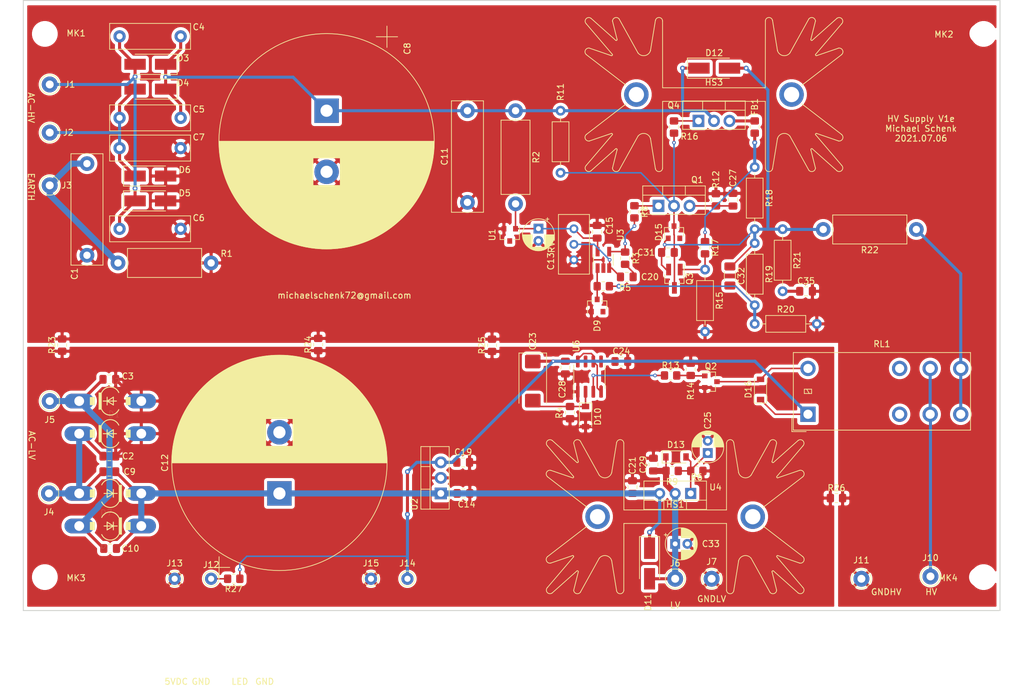
<source format=kicad_pcb>
(kicad_pcb (version 20171130) (host pcbnew "(5.1.10-0-10_14)")
  (layers (0 F.Cu signal) (31 B.Cu signal) (34 B.Paste user) (35 F.Paste user) (36 B.SilkS user) (37 F.SilkS user) (38 B.Mask user) (39 F.Mask user) (44 Edge.Cuts user))
  (net 0 "")
  (net 1 "Net-(C1-Pad1)")
  (net 2 "Net-(Q1-Pad1)")
  (net 3 "Net-(C5-Pad2)")
  (net 4 "Net-(C10-Pad1)")
  (net 5 GND_LV)
  (net 6 +5VDC)
  (net 7 "Net-(Q3-Pad1)")
  (net 8 GND_HV)
  (net 9 "Net-(Q2-Pad1)")
  (net 10 HV)
  (net 11 "Net-(C24-Pad1)")
  (net 12 "Net-(C27-Pad1)")
  (net 13 "Net-(FB1-Pad2)")
  (net 14 "Net-(FB1-Pad1)")
  (net 15 "Net-(Q4-Pad1)")
  (net 16 "Net-(C2-Pad1)")
  (net 17 "Net-(C10-Pad2)")
  (net 18 "Net-(C4-Pad2)")
  (net 19 "Net-(C11-Pad2)")
  (net 20 "Net-(C13-Pad1)")
  (net 21 "Net-(C20-Pad2)")
  (net 22 "Net-(C20-Pad1)")
  (net 23 "Net-(C23-Pad2)")
  (net 24 "Net-(C25-Pad1)")
  (net 25 "Net-(C29-Pad1)")
  (net 26 "Net-(C31-Pad2)")
  (net 27 "Net-(J10-Pad1)")
  (net 28 "Net-(J12-Pad1)")
  (net 29 "Net-(R3-Pad2)")
  (net 30 "Net-(R13-Pad1)")
  (net 31 "Net-(C31-Pad1)")
  (net 32 "Net-(C32-Pad2)")
  (net 33 "Net-(C35-Pad1)")
  (net 34 "Net-(D16-Pad2)")
  (net 35 "Net-(D9-Pad3)")
  (module Capacitor_THT:CP_Radial_D35.0mm_P10.00mm_SnapIn (layer F.Cu) (at 96.99 125.753 90)
    (fp_text reference C12 (at 5 -18.75 90) (layer F.SilkS))
    (fp_text value 22000uF/25V)
    (pad 2 thru_hole circle (at 10 0 90) (size 4 4) (drill 2) (layers *.Cu *.Mask) (net 5 GND_LV))
    (pad 1 thru_hole rect (at 0 0 90) (size 4 4) (drill 2) (layers *.Cu *.Mask) (net 4 "Net-(C10-Pad1)"))
  )
  (module Package_TO_SOT_THT:TO-220-3_Vertical (layer F.Cu) (at 123.406 125.753 90)
    (fp_text reference U2 (at -1.778 -4.318 90) (layer F.SilkS))
    (fp_text value LM7805_TO220)
    (pad 1 thru_hole rect (at 0 0 90) (size 1.905 2) (drill 1.1) (layers *.Cu *.Mask) (net 4 "Net-(C10-Pad1)"))
    (pad 2 thru_hole oval (at 2.54 0 90) (size 1.905 2) (drill 1.1) (layers *.Cu *.Mask) (net 5 GND_LV))
    (pad 3 thru_hole oval (at 5.08 0 90) (size 1.905 2) (drill 1.1) (layers *.Cu *.Mask) (net 6 +5VDC))
  )
  (module Heatsink:Heatsink_Fischer_SK129-STS_42x25mm_2xDrill2.5mm (layer F.Cu) (at 168.11 60.475)
    (fp_text reference HS3 (at 0 -2) (layer F.SilkS))
    (fp_text value Heatsink)
    (pad 1 thru_hole circle (at -12.7 0 180) (size 4 4) (drill 2.5) (layers *.Cu *.Mask))
    (pad 1 thru_hole circle (at 12.7 0) (size 4 4) (drill 2.5) (layers *.Cu *.Mask))
  )
  (module Heatsink:Heatsink_Fischer_SK129-STS_42x25mm_2xDrill2.5mm (layer F.Cu) (at 161.76 129.563)
    (fp_text reference HS1 (at 0 -2) (layer F.SilkS))
    (fp_text value Heatsink)
    (pad 1 thru_hole circle (at -12.7 0 180) (size 4 4) (drill 2.5) (layers *.Cu *.Mask))
    (pad 1 thru_hole circle (at 12.7 0) (size 4 4) (drill 2.5) (layers *.Cu *.Mask))
  )
  (module Diode_SMD:D_SMA_Handsoldering (layer F.Cu) (at 168.15 56.157)
    (fp_text reference D12 (at 0 -2.5) (layer F.SilkS))
    (fp_text value 1N4007)
    (pad 2 smd rect (at 2.5 0) (size 3.5 1.8) (layers F.Cu F.Paste F.Mask) (net 26 "Net-(C31-Pad2)"))
    (pad 1 smd rect (at -2.5 0) (size 3.5 1.8) (layers F.Cu F.Paste F.Mask) (net 19 "Net-(C11-Pad2)"))
  )
  (module Diode_SMD:D_SMA_Handsoldering (layer F.Cu) (at 157.569 137.223 270)
    (fp_text reference D11 (at 6.353 0.254 90) (layer F.SilkS))
    (fp_text value 1N4007)
    (pad 2 smd rect (at 2.5 0 270) (size 3.5 1.8) (layers F.Cu F.Paste F.Mask) (net 25 "Net-(C29-Pad1)"))
    (pad 1 smd rect (at -2.5 0 270) (size 3.5 1.8) (layers F.Cu F.Paste F.Mask) (net 4 "Net-(C10-Pad1)"))
  )
  (module Resistor_THT:R_Axial_DIN0414_L11.9mm_D4.5mm_P15.24mm_Horizontal (layer F.Cu) (at 201.2315 82.55 180)
    (fp_text reference R22 (at 7.62 -3.37) (layer F.SilkS))
    (fp_text value 330R2W)
    (pad 2 thru_hole oval (at 15.24 0 180) (size 2.4 2.4) (drill 1.2) (layers *.Cu *.Mask) (net 26 "Net-(C31-Pad2)"))
    (pad 1 thru_hole circle (at 0 0 180) (size 2.4 2.4) (drill 1.2) (layers *.Cu *.Mask) (net 10 HV))
  )
  (module kicad-snk:SOD64-10 (layer F.Cu) (at 69.304 110.64)
    (fp_text reference D2 (at 0.63569 -3.17845) (layer F.SilkS) (effects (font (size 1.001087 1.001087) (thickness 0.015))))
    (fp_text value BYV98-200)
    (pad 1 thru_hole oval (at -5.08 0) (size 4.8006 2.4003) (drill 1.6002) (layers *.Cu *.Mask) (net 17 "Net-(C10-Pad2)"))
    (pad 2 thru_hole oval (at 5.08 0) (size 4.8006 2.4003) (drill 1.6002) (layers *.Cu *.Mask) (net 5 GND_LV))
  )
  (module kicad-snk:SOD64-10 (layer F.Cu) (at 69.304 131.087 180)
    (fp_text reference D8 (at 0.63569 -3.17845) (layer F.SilkS) (effects (font (size 1.001087 1.001087) (thickness 0.015))))
    (fp_text value BYV98-200)
    (pad 1 thru_hole oval (at -5.08 0 180) (size 4.8006 2.4003) (drill 1.6002) (layers *.Cu *.Mask) (net 4 "Net-(C10-Pad1)"))
    (pad 2 thru_hole oval (at 5.08 0 180) (size 4.8006 2.4003) (drill 1.6002) (layers *.Cu *.Mask) (net 17 "Net-(C10-Pad2)"))
  )
  (module kicad-snk:SOD64-10 (layer F.Cu) (at 69.304 125.753 180)
    (fp_text reference D7 (at 0.63569 -3.17845) (layer F.SilkS) (effects (font (size 1.001087 1.001087) (thickness 0.015))))
    (fp_text value BYV98-200)
    (pad 1 thru_hole oval (at -5.08 0 180) (size 4.8006 2.4003) (drill 1.6002) (layers *.Cu *.Mask) (net 4 "Net-(C10-Pad1)"))
    (pad 2 thru_hole oval (at 5.08 0 180) (size 4.8006 2.4003) (drill 1.6002) (layers *.Cu *.Mask) (net 16 "Net-(C2-Pad1)"))
  )
  (module kicad-snk:SOD64-10 (layer F.Cu) (at 69.304 115.974)
    (fp_text reference D1 (at 0.63569 -3.17845) (layer F.SilkS) (effects (font (size 1.001087 1.001087) (thickness 0.015))))
    (fp_text value BYV98-200)
    (pad 1 thru_hole oval (at -5.08 0) (size 4.8006 2.4003) (drill 1.6002) (layers *.Cu *.Mask) (net 16 "Net-(C2-Pad1)"))
    (pad 2 thru_hole oval (at 5.08 0) (size 4.8006 2.4003) (drill 1.6002) (layers *.Cu *.Mask) (net 5 GND_LV))
  )
  (module Diode_SMD:D_SOD-123 (layer F.Cu) (at 161.886 119.784)
    (fp_text reference D13 (at 0 -2) (layer F.SilkS))
    (fp_text value 1N4148W)
    (pad 2 smd rect (at 1.65 0) (size 0.9 1.2) (layers F.Cu F.Paste F.Mask) (net 24 "Net-(C25-Pad1)"))
    (pad 1 smd rect (at -1.65 0) (size 0.9 1.2) (layers F.Cu F.Paste F.Mask) (net 25 "Net-(C29-Pad1)"))
  )
  (module Capacitor_THT:CP_Radial_D5.0mm_P2.00mm (layer F.Cu) (at 167.094 119.149 90)
    (fp_text reference C25 (at 5.334 0 90) (layer F.SilkS))
    (fp_text value 10uF/25V)
    (pad 2 thru_hole circle (at 2 0 90) (size 1.6 1.6) (drill 0.8) (layers *.Cu *.Mask) (net 5 GND_LV))
    (pad 1 thru_hole rect (at 0 0 90) (size 1.6 1.6) (drill 0.8) (layers *.Cu *.Mask) (net 24 "Net-(C25-Pad1)"))
  )
  (module Resistor_SMD:R_0805_2012Metric_Pad1.20x1.40mm_HandSolder (layer F.Cu) (at 61.43 101.48 90)
    (fp_text reference R23 (at 0 -1.65 90) (layer F.SilkS))
    (fp_text value 1R/0.5W)
    (pad 2 smd roundrect (at 1 0 90) (size 1.2 1.4) (layers F.Cu F.Paste F.Mask) (roundrect_rratio 0.2083325) (net 8 GND_HV))
    (pad 1 smd roundrect (at -1 0 90) (size 1.2 1.4) (layers F.Cu F.Paste F.Mask) (roundrect_rratio 0.2083325) (net 5 GND_LV))
  )
  (module Resistor_THT:R_Axial_DIN0414_L11.9mm_D4.5mm_P15.24mm_Horizontal (layer F.Cu) (at 70.574 88.034)
    (fp_text reference R1 (at 17.78 -1.524) (layer F.SilkS))
    (fp_text value 100R/2W)
    (pad 2 thru_hole oval (at 15.24 0) (size 2.4 2.4) (drill 1.2) (layers *.Cu *.Mask) (net 8 GND_HV))
    (pad 1 thru_hole circle (at 0 0) (size 2.4 2.4) (drill 1.2) (layers *.Cu *.Mask) (net 1 "Net-(C1-Pad1)"))
  )
  (module Diode_SMD:D_SMA_Handsoldering (layer F.Cu) (at 75.868 59.586 180)
    (fp_text reference D4 (at -5.374 1.016) (layer F.SilkS))
    (fp_text value BYG20J)
    (pad 2 smd rect (at 2.5 0 180) (size 3.5 1.8) (layers F.Cu F.Paste F.Mask) (net 3 "Net-(C5-Pad2)"))
    (pad 1 smd rect (at -2.5 0 180) (size 3.5 1.8) (layers F.Cu F.Paste F.Mask) (net 19 "Net-(C11-Pad2)"))
  )
  (module Diode_SMD:D_SMA_Handsoldering (layer F.Cu) (at 75.868 73.81)
    (fp_text reference D6 (at 5.628 -1.016) (layer F.SilkS))
    (fp_text value BYG20J)
    (pad 2 smd rect (at 2.5 0) (size 3.5 1.8) (layers F.Cu F.Paste F.Mask) (net 8 GND_HV))
    (pad 1 smd rect (at -2.5 0) (size 3.5 1.8) (layers F.Cu F.Paste F.Mask) (net 3 "Net-(C5-Pad2)"))
  )
  (module Diode_SMD:D_SMA_Handsoldering (layer F.Cu) (at 75.868 77.874)
    (fp_text reference D5 (at 5.628 -1.27) (layer F.SilkS))
    (fp_text value BYG20J)
    (pad 2 smd rect (at 2.5 0) (size 3.5 1.8) (layers F.Cu F.Paste F.Mask) (net 8 GND_HV))
    (pad 1 smd rect (at -2.5 0) (size 3.5 1.8) (layers F.Cu F.Paste F.Mask) (net 18 "Net-(C4-Pad2)"))
  )
  (module Diode_SMD:D_SMA_Handsoldering (layer F.Cu) (at 75.868 55.522 180)
    (fp_text reference D3 (at -5.374 1.016) (layer F.SilkS))
    (fp_text value BYG20J)
    (pad 2 smd rect (at 2.5 0 180) (size 3.5 1.8) (layers F.Cu F.Paste F.Mask) (net 18 "Net-(C4-Pad2)"))
    (pad 1 smd rect (at -2.5 0 180) (size 3.5 1.8) (layers F.Cu F.Paste F.Mask) (net 19 "Net-(C11-Pad2)"))
  )
  (module Capacitor_THT:C_Rect_L13.0mm_W4.0mm_P10.00mm_FKS3_FKP3_MKS4 (layer F.Cu) (at 80.828 69.238 180)
    (fp_text reference C7 (at -2.954 1.778) (layer F.SilkS))
    (fp_text value 10nF/630V)
    (pad 2 thru_hole circle (at 10 0 180) (size 2 2) (drill 1) (layers *.Cu *.Mask) (net 3 "Net-(C5-Pad2)"))
    (pad 1 thru_hole circle (at 0 0 180) (size 2 2) (drill 1) (layers *.Cu *.Mask) (net 8 GND_HV))
  )
  (module Capacitor_THT:C_Rect_L13.0mm_W4.0mm_P10.00mm_FKS3_FKP3_MKS4 (layer F.Cu) (at 80.828 82.446 180)
    (fp_text reference C6 (at -2.954 1.778) (layer F.SilkS))
    (fp_text value 10nF/630V)
    (pad 2 thru_hole circle (at 10 0 180) (size 2 2) (drill 1) (layers *.Cu *.Mask) (net 18 "Net-(C4-Pad2)"))
    (pad 1 thru_hole circle (at 0 0 180) (size 2 2) (drill 1) (layers *.Cu *.Mask) (net 8 GND_HV))
  )
  (module Capacitor_THT:C_Rect_L13.0mm_W4.0mm_P10.00mm_FKS3_FKP3_MKS4 (layer F.Cu) (at 80.828 64.285 180)
    (fp_text reference C5 (at -2.954 1.397) (layer F.SilkS))
    (fp_text value 10nF/630V)
    (pad 2 thru_hole circle (at 10 0 180) (size 2 2) (drill 1) (layers *.Cu *.Mask) (net 3 "Net-(C5-Pad2)"))
    (pad 1 thru_hole circle (at 0 0 180) (size 2 2) (drill 1) (layers *.Cu *.Mask) (net 19 "Net-(C11-Pad2)"))
  )
  (module Capacitor_THT:C_Rect_L13.0mm_W4.0mm_P10.00mm_FKS3_FKP3_MKS4 (layer F.Cu) (at 80.828 50.95 180)
    (fp_text reference C4 (at -2.954 1.524) (layer F.SilkS))
    (fp_text value 10nF/630V)
    (pad 2 thru_hole circle (at 10 0 180) (size 2 2) (drill 1) (layers *.Cu *.Mask) (net 18 "Net-(C4-Pad2)"))
    (pad 1 thru_hole circle (at 0 0 180) (size 2 2) (drill 1) (layers *.Cu *.Mask) (net 19 "Net-(C11-Pad2)"))
  )
  (module Package_SO:SOIC-8_3.9x4.9mm_P1.27mm (layer F.Cu) (at 147.7265 106.638 90)
    (fp_text reference U6 (at 5.015 -2.159 90) (layer F.SilkS))
    (fp_text value TLC555CDR)
    (pad 8 smd roundrect (at 2.475 -1.905 90) (size 1.95 0.6) (layers F.Cu F.Paste F.Mask) (net 6 +5VDC))
    (pad 7 smd roundrect (at 2.475 -0.635 90) (size 1.95 0.6) (layers F.Cu F.Paste F.Mask))
    (pad 6 smd roundrect (at 2.475 0.635 90) (size 1.95 0.6) (layers F.Cu F.Paste F.Mask) (net 6 +5VDC))
    (pad 5 smd roundrect (at 2.475 1.905 90) (size 1.95 0.6) (layers F.Cu F.Paste F.Mask) (net 11 "Net-(C24-Pad1)"))
    (pad 4 smd roundrect (at -2.475 1.905 90) (size 1.95 0.6) (layers F.Cu F.Paste F.Mask) (net 6 +5VDC))
    (pad 3 smd roundrect (at -2.475 0.635 90) (size 1.95 0.6) (layers F.Cu F.Paste F.Mask) (net 30 "Net-(R13-Pad1)"))
    (pad 2 smd roundrect (at -2.475 -0.635 90) (size 1.95 0.6) (layers F.Cu F.Paste F.Mask) (net 23 "Net-(C23-Pad2)"))
    (pad 1 smd roundrect (at -2.475 -1.905 90) (size 1.95 0.6) (layers F.Cu F.Paste F.Mask) (net 5 GND_LV))
  )
  (module Resistor_SMD:R_0805_2012Metric_Pad1.20x1.40mm_HandSolder (layer F.Cu) (at 161.5695 65.793 90)
    (fp_text reference R16 (at -1.54 2.54) (layer F.SilkS))
    (fp_text value "100R 1/8W")
    (pad 2 smd roundrect (at 1 0 90) (size 1.2 1.4) (layers F.Cu F.Paste F.Mask) (roundrect_rratio 0.2083325) (net 15 "Net-(Q4-Pad1)"))
    (pad 1 smd roundrect (at -1 0 90) (size 1.2 1.4) (layers F.Cu F.Paste F.Mask) (roundrect_rratio 0.2083325) (net 31 "Net-(C31-Pad1)"))
  )
  (module Resistor_THT:R_Axial_DIN0207_L6.3mm_D2.5mm_P10.16mm_Horizontal (layer F.Cu) (at 166.6495 89.1135 270)
    (fp_text reference R15 (at 5.08 -2.37 90) (layer F.SilkS))
    (fp_text value 200k/0.6W)
    (pad 2 thru_hole oval (at 10.16 0 270) (size 1.6 1.6) (drill 0.8) (layers *.Cu *.Mask) (net 8 GND_HV))
    (pad 1 thru_hole circle (at 0 0 270) (size 1.6 1.6) (drill 0.8) (layers *.Cu *.Mask) (net 7 "Net-(Q3-Pad1)"))
  )
  (module Resistor_THT:R_Axial_DIN0207_L6.3mm_D2.5mm_P10.16mm_Horizontal (layer F.Cu) (at 143.002 63.119 270)
    (fp_text reference R11 (at -3.048 0 90) (layer F.SilkS))
    (fp_text value 470k/0.6W)
    (pad 2 thru_hole oval (at 10.16 0 270) (size 1.6 1.6) (drill 0.8) (layers *.Cu *.Mask) (net 31 "Net-(C31-Pad1)"))
    (pad 1 thru_hole circle (at 0 0 270) (size 1.6 1.6) (drill 0.8) (layers *.Cu *.Mask) (net 19 "Net-(C11-Pad2)"))
  )
  (module Resistor_THT:R_Axial_DIN0207_L6.3mm_D2.5mm_P10.16mm_Horizontal (layer F.Cu) (at 174.7775 72.3495 270)
    (fp_text reference R18 (at 5.08 -2.37 90) (layer F.SilkS))
    (fp_text value 12R/0.6W)
    (pad 2 thru_hole oval (at 10.16 0 270) (size 1.6 1.6) (drill 0.8) (layers *.Cu *.Mask) (net 26 "Net-(C31-Pad2)"))
    (pad 1 thru_hole circle (at 0 0 270) (size 1.6 1.6) (drill 0.8) (layers *.Cu *.Mask) (net 13 "Net-(FB1-Pad2)"))
  )
  (module Resistor_SMD:R_0805_2012Metric_Pad1.20x1.40mm_HandSolder (layer F.Cu) (at 174.7775 65.793 270)
    (fp_text reference FB1 (at -3.286 0 90) (layer F.SilkS))
    (fp_text value 600R@100MHz)
    (pad 2 smd roundrect (at 1 0 270) (size 1.2 1.4) (layers F.Cu F.Paste F.Mask) (roundrect_rratio 0.2083325) (net 13 "Net-(FB1-Pad2)"))
    (pad 1 smd roundrect (at -1 0 270) (size 1.2 1.4) (layers F.Cu F.Paste F.Mask) (roundrect_rratio 0.2083325) (net 14 "Net-(FB1-Pad1)"))
  )
  (module Capacitor_SMD:C_1206_3216Metric_Pad1.33x1.80mm_HandSolder (layer F.Cu) (at 170.7135 90.168 270)
    (fp_text reference C32 (at 0 -1.85 90) (layer F.SilkS))
    (fp_text value 10pF/500V)
    (pad 2 smd roundrect (at 1.5625 0 270) (size 1.325 1.8) (layers F.Cu F.Paste F.Mask) (roundrect_rratio 0.1886769811320755) (net 32 "Net-(C32-Pad2)"))
    (pad 1 smd roundrect (at -1.5625 0 270) (size 1.325 1.8) (layers F.Cu F.Paste F.Mask) (roundrect_rratio 0.1886769811320755) (net 26 "Net-(C31-Pad2)"))
  )
  (module Capacitor_SMD:C_0805_2012Metric_Pad1.18x1.45mm_HandSolder (layer F.Cu) (at 183.181 92.6695)
    (fp_text reference C35 (at 0 -1.68) (layer F.SilkS))
    (fp_text value 470pF/500V)
    (pad 2 smd roundrect (at 1.0375 0) (size 1.175 1.45) (layers F.Cu F.Paste F.Mask) (roundrect_rratio 0.2127659574468085) (net 8 GND_HV))
    (pad 1 smd roundrect (at -1.0375 0) (size 1.175 1.45) (layers F.Cu F.Paste F.Mask) (roundrect_rratio 0.2127659574468085) (net 33 "Net-(C35-Pad1)"))
  )
  (module Package_TO_SOT_SMD:SOT-23-5_HandSoldering (layer F.Cu) (at 150.0125 87.526 90)
    (fp_text reference U3 (at 4.064 2.794 90) (layer F.SilkS))
    (fp_text value LM321)
    (pad 5 smd rect (at 1.35 -0.95 90) (size 1.56 0.65) (layers F.Cu F.Paste F.Mask) (net 20 "Net-(C13-Pad1)"))
    (pad 4 smd rect (at 1.35 0.95 90) (size 1.56 0.65) (layers F.Cu F.Paste F.Mask) (net 29 "Net-(R3-Pad2)"))
    (pad 3 smd rect (at -1.35 0.95 90) (size 1.56 0.65) (layers F.Cu F.Paste F.Mask) (net 22 "Net-(C20-Pad1)"))
    (pad 2 smd rect (at -1.35 0 90) (size 1.56 0.65) (layers F.Cu F.Paste F.Mask) (net 8 GND_HV))
    (pad 1 smd rect (at -1.35 -0.95 90) (size 1.56 0.65) (layers F.Cu F.Paste F.Mask) (net 35 "Net-(D9-Pad3)"))
  )
  (module Package_TO_SOT_THT:TO-220-3_Vertical (layer F.Cu) (at 165.57 64.793)
    (fp_text reference Q4 (at -4.064 -2.54) (layer F.SilkS))
    (fp_text value IRF840)
    (pad 3 thru_hole oval (at 5.08 0) (size 1.905 2) (drill 1.1) (layers *.Cu *.Mask) (net 14 "Net-(FB1-Pad1)"))
    (pad 2 thru_hole oval (at 2.54 0) (size 1.905 2) (drill 1.1) (layers *.Cu *.Mask) (net 19 "Net-(C11-Pad2)"))
    (pad 1 thru_hole rect (at 0 0) (size 1.905 2) (drill 1.1) (layers *.Cu *.Mask) (net 15 "Net-(Q4-Pad1)"))
  )
  (module Package_TO_SOT_SMD:SOT-23_Handsoldering (layer F.Cu) (at 161.6355 90.6135 270)
    (fp_text reference Q3 (at 0 -2.5 90) (layer F.SilkS))
    (fp_text value MMBT3904-TP)
    (pad 3 smd rect (at 1.5 0 270) (size 1.9 0.8) (layers F.Cu F.Paste F.Mask) (net 31 "Net-(C31-Pad1)"))
    (pad 2 smd rect (at -1.5 0.95 270) (size 1.9 0.8) (layers F.Cu F.Paste F.Mask) (net 26 "Net-(C31-Pad2)"))
    (pad 1 smd rect (at -1.5 -0.95 270) (size 1.9 0.8) (layers F.Cu F.Paste F.Mask) (net 7 "Net-(Q3-Pad1)"))
  )
  (module Package_TO_SOT_THT:TO-220-3_Vertical (layer F.Cu) (at 159.0295 78.6995)
    (fp_text reference Q1 (at 6.35 -4.27) (layer F.SilkS))
    (fp_text value IRF840)
    (pad 3 thru_hole oval (at 5.08 0) (size 1.905 2) (drill 1.1) (layers *.Cu *.Mask) (net 12 "Net-(C27-Pad1)"))
    (pad 2 thru_hole oval (at 2.54 0) (size 1.905 2) (drill 1.1) (layers *.Cu *.Mask) (net 31 "Net-(C31-Pad1)"))
    (pad 1 thru_hole rect (at 0 0) (size 1.905 2) (drill 1.1) (layers *.Cu *.Mask) (net 2 "Net-(Q1-Pad1)"))
  )
  (module Resistor_SMD:R_0805_2012Metric_Pad1.20x1.40mm_HandSolder (layer F.Cu) (at 188.16 126.515)
    (fp_text reference R26 (at 0 -1.65) (layer F.SilkS))
    (fp_text value 1R/0.5W)
    (pad 2 smd roundrect (at 1 0) (size 1.2 1.4) (layers F.Cu F.Paste F.Mask) (roundrect_rratio 0.2083325) (net 8 GND_HV))
    (pad 1 smd roundrect (at -1 0) (size 1.2 1.4) (layers F.Cu F.Paste F.Mask) (roundrect_rratio 0.2083325) (net 5 GND_LV))
  )
  (module Resistor_SMD:R_0805_2012Metric_Pad1.20x1.40mm_HandSolder (layer F.Cu) (at 131.788 101.512 90)
    (fp_text reference R25 (at 0 -1.65 90) (layer F.SilkS))
    (fp_text value 1R/0.5W)
    (pad 2 smd roundrect (at 1 0 90) (size 1.2 1.4) (layers F.Cu F.Paste F.Mask) (roundrect_rratio 0.2083325) (net 8 GND_HV))
    (pad 1 smd roundrect (at -1 0 90) (size 1.2 1.4) (layers F.Cu F.Paste F.Mask) (roundrect_rratio 0.2083325) (net 5 GND_LV))
  )
  (module Resistor_SMD:R_0805_2012Metric_Pad1.20x1.40mm_HandSolder (layer F.Cu) (at 103.34 101.385 90)
    (fp_text reference R24 (at 0 -1.65 90) (layer F.SilkS))
    (fp_text value 1R/0.5W)
    (pad 2 smd roundrect (at 1 0 90) (size 1.2 1.4) (layers F.Cu F.Paste F.Mask) (roundrect_rratio 0.2083325) (net 8 GND_HV))
    (pad 1 smd roundrect (at -1 0 90) (size 1.2 1.4) (layers F.Cu F.Paste F.Mask) (roundrect_rratio 0.2083325) (net 5 GND_LV))
  )
  (module Resistor_SMD:R_0805_2012Metric_Pad1.20x1.40mm_HandSolder (layer F.Cu) (at 166.6495 85.5415 270)
    (fp_text reference R17 (at 0 -1.65 90) (layer F.SilkS))
    (fp_text value 4.99k,1/8W)
    (pad 2 smd roundrect (at 1 0 270) (size 1.2 1.4) (layers F.Cu F.Paste F.Mask) (roundrect_rratio 0.2083325) (net 7 "Net-(Q3-Pad1)"))
    (pad 1 smd roundrect (at -1 0 270) (size 1.2 1.4) (layers F.Cu F.Paste F.Mask) (roundrect_rratio 0.2083325) (net 13 "Net-(FB1-Pad2)"))
  )
  (module Resistor_SMD:R_0805_2012Metric_Pad1.20x1.40mm_HandSolder (layer F.Cu) (at 161.268 122.07)
    (fp_text reference R9 (at -0.016 1.778) (layer F.SilkS))
    (fp_text value "240R 1/8W")
    (pad 2 smd roundrect (at 1 0) (size 1.2 1.4) (layers F.Cu F.Paste F.Mask) (roundrect_rratio 0.2083325) (net 24 "Net-(C25-Pad1)"))
    (pad 1 smd roundrect (at -1 0) (size 1.2 1.4) (layers F.Cu F.Paste F.Mask) (roundrect_rratio 0.2083325) (net 25 "Net-(C29-Pad1)"))
  )
  (module Resistor_SMD:R_0805_2012Metric_Pad1.20x1.40mm_HandSolder (layer F.Cu) (at 165.3 122.07)
    (fp_text reference R6 (at 0 1.016) (layer F.SilkS))
    (fp_text value "976R 1/8W")
    (pad 2 smd roundrect (at 1 0) (size 1.2 1.4) (layers F.Cu F.Paste F.Mask) (roundrect_rratio 0.2083325) (net 5 GND_LV))
    (pad 1 smd roundrect (at -1 0) (size 1.2 1.4) (layers F.Cu F.Paste F.Mask) (roundrect_rratio 0.2083325) (net 24 "Net-(C25-Pad1)"))
  )
  (module Resistor_SMD:R_0805_2012Metric_Pad1.20x1.40mm_HandSolder (layer F.Cu) (at 89.513 139.723 180)
    (fp_text reference R27 (at 0 -1.65) (layer F.SilkS))
    (fp_text value "470R 1/8W")
    (pad 2 smd roundrect (at 1 0 180) (size 1.2 1.4) (layers F.Cu F.Paste F.Mask) (roundrect_rratio 0.2083325) (net 28 "Net-(J12-Pad1)"))
    (pad 1 smd roundrect (at -1 0 180) (size 1.2 1.4) (layers F.Cu F.Paste F.Mask) (roundrect_rratio 0.2083325) (net 6 +5VDC))
  )
  (module Resistor_SMD:R_0805_2012Metric_Pad1.20x1.40mm_HandSolder (layer F.Cu) (at 164.3 105.449 270)
    (fp_text reference R14 (at 3.572 0 90) (layer F.SilkS))
    (fp_text value "2.49k 1/8W")
    (pad 2 smd roundrect (at 1 0 270) (size 1.2 1.4) (layers F.Cu F.Paste F.Mask) (roundrect_rratio 0.2083325) (net 9 "Net-(Q2-Pad1)"))
    (pad 1 smd roundrect (at -1 0 270) (size 1.2 1.4) (layers F.Cu F.Paste F.Mask) (roundrect_rratio 0.2083325) (net 5 GND_LV))
  )
  (module Resistor_SMD:R_0805_2012Metric_Pad1.20x1.40mm_HandSolder (layer F.Cu) (at 161.014 106.449)
    (fp_text reference R13 (at 0 -1.65) (layer F.SilkS))
    (fp_text value "2.49k 1/8W")
    (pad 2 smd roundrect (at 1 0) (size 1.2 1.4) (layers F.Cu F.Paste F.Mask) (roundrect_rratio 0.2083325) (net 9 "Net-(Q2-Pad1)"))
    (pad 1 smd roundrect (at -1 0) (size 1.2 1.4) (layers F.Cu F.Paste F.Mask) (roundrect_rratio 0.2083325) (net 30 "Net-(R13-Pad1)"))
  )
  (module Resistor_SMD:R_0805_2012Metric_Pad1.20x1.40mm_HandSolder (layer F.Cu) (at 144.5515 112.529 270)
    (fp_text reference R4 (at 0.016 1.778 90) (layer F.SilkS))
    (fp_text value "1Meg 1/8W")
    (pad 2 smd roundrect (at 1 0 270) (size 1.2 1.4) (layers F.Cu F.Paste F.Mask) (roundrect_rratio 0.2083325) (net 5 GND_LV))
    (pad 1 smd roundrect (at -1 0 270) (size 1.2 1.4) (layers F.Cu F.Paste F.Mask) (roundrect_rratio 0.2083325) (net 23 "Net-(C23-Pad2)"))
  )
  (module Capacitor_SMD:C_0805_2012Metric_Pad1.18x1.45mm_HandSolder (layer F.Cu) (at 158.204 121.0325 90)
    (fp_text reference C29 (at 0 -1.68 90) (layer F.SilkS))
    (fp_text value 100nF/50V)
    (pad 2 smd roundrect (at 1.0375 0 90) (size 1.175 1.45) (layers F.Cu F.Paste F.Mask) (roundrect_rratio 0.2127659574468085) (net 5 GND_LV))
    (pad 1 smd roundrect (at -1.0375 0 90) (size 1.175 1.45) (layers F.Cu F.Paste F.Mask) (roundrect_rratio 0.2127659574468085) (net 25 "Net-(C29-Pad1)"))
  )
  (module Capacitor_SMD:C_0805_2012Metric_Pad1.18x1.45mm_HandSolder (layer F.Cu) (at 154.775 124.7155 90)
    (fp_text reference C21 (at 3.5345 0 90) (layer F.SilkS))
    (fp_text value 100nF/50V)
    (pad 2 smd roundrect (at 1.0375 0 90) (size 1.175 1.45) (layers F.Cu F.Paste F.Mask) (roundrect_rratio 0.2127659574468085) (net 5 GND_LV))
    (pad 1 smd roundrect (at -1.0375 0 90) (size 1.175 1.45) (layers F.Cu F.Paste F.Mask) (roundrect_rratio 0.2127659574468085) (net 4 "Net-(C10-Pad1)"))
  )
  (module Capacitor_SMD:C_0805_2012Metric_Pad1.18x1.45mm_HandSolder (layer F.Cu) (at 143.7895 105.1575 270)
    (fp_text reference C28 (at 3.5775 0.508 90) (layer F.SilkS))
    (fp_text value 100nF/50V)
    (pad 2 smd roundrect (at 1.0375 0 270) (size 1.175 1.45) (layers F.Cu F.Paste F.Mask) (roundrect_rratio 0.2127659574468085) (net 5 GND_LV))
    (pad 1 smd roundrect (at -1.0375 0 270) (size 1.175 1.45) (layers F.Cu F.Paste F.Mask) (roundrect_rratio 0.2127659574468085) (net 6 +5VDC))
  )
  (module Capacitor_SMD:C_0805_2012Metric_Pad1.18x1.45mm_HandSolder (layer F.Cu) (at 152.955 104.163)
    (fp_text reference C24 (at 0 -1.68) (layer F.SilkS))
    (fp_text value 100nF/50V)
    (pad 2 smd roundrect (at 1.0375 0) (size 1.175 1.45) (layers F.Cu F.Paste F.Mask) (roundrect_rratio 0.2127659574468085) (net 5 GND_LV))
    (pad 1 smd roundrect (at -1.0375 0) (size 1.175 1.45) (layers F.Cu F.Paste F.Mask) (roundrect_rratio 0.2127659574468085) (net 11 "Net-(C24-Pad1)"))
  )
  (module Capacitor_SMD:C_0805_2012Metric_Pad1.18x1.45mm_HandSolder (layer F.Cu) (at 127.0675 120.673)
    (fp_text reference C19 (at 0 -1.68) (layer F.SilkS))
    (fp_text value 100nF/50V)
    (pad 1 smd roundrect (at -1.0375 0) (size 1.175 1.45) (layers F.Cu F.Paste F.Mask) (roundrect_rratio 0.2127659574468085) (net 6 +5VDC))
    (pad 2 smd roundrect (at 1.0375 0) (size 1.175 1.45) (layers F.Cu F.Paste F.Mask) (roundrect_rratio 0.2127659574468085) (net 5 GND_LV))
  )
  (module Capacitor_SMD:C_0805_2012Metric_Pad1.18x1.45mm_HandSolder (layer F.Cu) (at 127.1105 125.753)
    (fp_text reference C14 (at 0.508 1.778) (layer F.SilkS))
    (fp_text value 330nF/50V)
    (pad 1 smd roundrect (at -1.0375 0) (size 1.175 1.45) (layers F.Cu F.Paste F.Mask) (roundrect_rratio 0.2127659574468085) (net 4 "Net-(C10-Pad1)"))
    (pad 2 smd roundrect (at 1.0375 0) (size 1.175 1.45) (layers F.Cu F.Paste F.Mask) (roundrect_rratio 0.2127659574468085) (net 5 GND_LV))
  )
  (module Connector_Pin:Pin_D1.3mm_L11.0mm (layer F.Cu) (at 167.729 139.723)
    (fp_text reference J7 (at 0 -2.794) (layer F.SilkS))
    (fp_text value GND_LV1)
    (pad 1 thru_hole circle (at 0 0) (size 2.6 2.6) (drill 1.3) (layers *.Cu *.Mask) (net 5 GND_LV))
  )
  (module Connector_Pin:Pin_D1.3mm_L11.0mm (layer F.Cu) (at 161.76 139.723)
    (fp_text reference J6 (at 0 -2.54) (layer F.SilkS))
    (fp_text value LV1)
    (pad 1 thru_hole circle (at 0 0) (size 2.6 2.6) (drill 1.3) (layers *.Cu *.Mask) (net 25 "Net-(C29-Pad1)"))
  )
  (module Connector_Pin:Pin_D1.3mm_L11.0mm (layer F.Cu) (at 59.398 110.64)
    (fp_text reference J5 (at 0 3.048) (layer F.SilkS))
    (fp_text value AC-LV)
    (pad 1 thru_hole circle (at 0 0) (size 2.6 2.6) (drill 1.3) (layers *.Cu *.Mask) (net 17 "Net-(C10-Pad2)"))
  )
  (module Connector_Pin:Pin_D1.3mm_L11.0mm (layer F.Cu) (at 59.271 125.753)
    (fp_text reference J4 (at 0 3.048) (layer F.SilkS))
    (fp_text value AC-LV)
    (pad 1 thru_hole circle (at 0 0) (size 2.6 2.6) (drill 1.3) (layers *.Cu *.Mask) (net 16 "Net-(C2-Pad1)"))
  )
  (module Connector_Pin:Pin_D1.3mm_L11.0mm (layer F.Cu) (at 59.398 75.334)
    (fp_text reference J3 (at 2.794 0) (layer F.SilkS))
    (fp_text value EARTH)
    (pad 1 thru_hole circle (at 0 0) (size 2.6 2.6) (drill 1.3) (layers *.Cu *.Mask) (net 1 "Net-(C1-Pad1)"))
  )
  (module Connector_Pin:Pin_D1.3mm_L11.0mm (layer F.Cu) (at 59.398 66.698)
    (fp_text reference J2 (at 3.048 0) (layer F.SilkS))
    (fp_text value AC-HV)
    (pad 1 thru_hole circle (at 0 0) (size 2.6 2.6) (drill 1.3) (layers *.Cu *.Mask) (net 3 "Net-(C5-Pad2)"))
  )
  (module Connector_Pin:Pin_D1.3mm_L11.0mm (layer F.Cu) (at 59.398 58.824)
    (fp_text reference J1 (at 3.302 0) (layer F.SilkS))
    (fp_text value AC-HV)
    (pad 1 thru_hole circle (at 0 0) (size 2.6 2.6) (drill 1.3) (layers *.Cu *.Mask) (net 18 "Net-(C4-Pad2)"))
  )
  (module Capacitor_THT:CP_Radial_D5.0mm_P2.00mm (layer F.Cu) (at 161.76 134.008)
    (fp_text reference C33 (at 5.842 0) (layer F.SilkS))
    (fp_text value 1uF/25V)
    (pad 2 thru_hole circle (at 2 0) (size 1.6 1.6) (drill 0.8) (layers *.Cu *.Mask) (net 5 GND_LV))
    (pad 1 thru_hole rect (at 0 0) (size 1.6 1.6) (drill 0.8) (layers *.Cu *.Mask) (net 25 "Net-(C29-Pad1)"))
  )
  (module Capacitor_Tantalum_SMD:CP_EIA-7343-31_Kemet-D_Pad2.25x2.55mm_HandSolder (layer F.Cu) (at 138.4555 107.363 270)
    (fp_text reference C23 (at -6.502 0 90) (layer F.SilkS))
    (fp_text value 15uF/25V)
    (pad 2 smd roundrect (at 3.2 0 270) (size 2.25 2.55) (layers F.Cu F.Paste F.Mask) (roundrect_rratio 0.1111106666666667) (net 23 "Net-(C23-Pad2)"))
    (pad 1 smd roundrect (at -3.2 0 270) (size 2.25 2.55) (layers F.Cu F.Paste F.Mask) (roundrect_rratio 0.1111106666666667) (net 6 +5VDC))
  )
  (module Package_TO_SOT_SMD:SOT-23 (layer F.Cu) (at 134.6835 83.439 270)
    (fp_text reference U1 (at 0 2.86 90) (layer F.SilkS))
    (fp_text value LM4040DBZ-10)
    (pad 3 smd rect (at 1 0 270) (size 0.9 0.8) (layers F.Cu F.Paste F.Mask))
    (pad 2 smd rect (at -1 0.95 270) (size 0.9 0.8) (layers F.Cu F.Paste F.Mask) (net 8 GND_HV))
    (pad 1 smd rect (at -1 -0.95 270) (size 0.9 0.8) (layers F.Cu F.Paste F.Mask) (net 20 "Net-(C13-Pad1)"))
  )
  (module Potentiometer_THT:Potentiometer_Bourns_3296W_Vertical (layer F.Cu) (at 145.1865 82.446 90)
    (fp_text reference RV1 (at -2.54 -3.66 90) (layer F.SilkS))
    (fp_text value 100k)
    (pad 3 thru_hole circle (at -5.08 0 90) (size 1.44 1.44) (drill 0.8) (layers *.Cu *.Mask) (net 8 GND_HV))
    (pad 2 thru_hole circle (at -2.54 0 90) (size 1.44 1.44) (drill 0.8) (layers *.Cu *.Mask) (net 22 "Net-(C20-Pad1)"))
    (pad 1 thru_hole circle (at 0 0 90) (size 1.44 1.44) (drill 0.8) (layers *.Cu *.Mask) (net 20 "Net-(C13-Pad1)"))
  )
  (module Relay_THT:Relay_DPDT_Omron_G2RL (layer F.Cu) (at 183.496 112.799)
    (fp_text reference RL1 (at 12.1 -11.5 180) (layer F.SilkS))
    (fp_text value G2RL-2-DC5)
    (pad 8 thru_hole oval (at 0 -7.5 90) (size 2.5 2.5) (drill 1.5) (layers *.Cu *.Mask) (net 34 "Net-(D16-Pad2)"))
    (pad 7 thru_hole oval (at 15 -7.5 90) (size 2.5 2.5) (drill 1.5) (layers *.Cu *.Mask))
    (pad 6 thru_hole oval (at 20 -7.5 90) (size 2.5 2.5) (drill 1.5) (layers *.Cu *.Mask) (net 27 "Net-(J10-Pad1)"))
    (pad 5 thru_hole oval (at 25 -7.5 90) (size 2.5 2.5) (drill 1.5) (layers *.Cu *.Mask) (net 10 HV))
    (pad 4 thru_hole oval (at 25 0 90) (size 2.5 2.5) (drill 1.5) (layers *.Cu *.Mask) (net 10 HV))
    (pad 3 thru_hole oval (at 20 0 90) (size 2.5 2.5) (drill 1.5) (layers *.Cu *.Mask) (net 27 "Net-(J10-Pad1)"))
    (pad 2 thru_hole oval (at 15 0 90) (size 2.5 2.5) (drill 1.5) (layers *.Cu *.Mask))
    (pad 1 thru_hole rect (at 0 0 90) (size 2.5 2.5) (drill 1.5) (layers *.Cu *.Mask) (net 6 +5VDC))
  )
  (module Resistor_THT:R_Axial_DIN0207_L6.3mm_D2.5mm_P10.16mm_Horizontal (layer F.Cu) (at 179.3495 82.5095 270)
    (fp_text reference R21 (at 5.08 -2.37 90) (layer F.SilkS))
    (fp_text value 750/0.6W)
    (pad 2 thru_hole oval (at 10.16 0 270) (size 1.6 1.6) (drill 0.8) (layers *.Cu *.Mask) (net 33 "Net-(C35-Pad1)"))
    (pad 1 thru_hole circle (at 0 0 270) (size 1.6 1.6) (drill 0.8) (layers *.Cu *.Mask) (net 26 "Net-(C31-Pad2)"))
  )
  (module Resistor_SMD:R_0805_2012Metric_Pad1.20x1.40mm_HandSolder (layer F.Cu) (at 168.4275 77.6995 270)
    (fp_text reference R12 (at -3.318 0 90) (layer F.SilkS))
    (fp_text value "2.7k 1/8W")
    (pad 2 smd roundrect (at 1 0 270) (size 1.2 1.4) (layers F.Cu F.Paste F.Mask) (roundrect_rratio 0.2083325) (net 12 "Net-(C27-Pad1)"))
    (pad 1 smd roundrect (at -1 0 270) (size 1.2 1.4) (layers F.Cu F.Paste F.Mask) (roundrect_rratio 0.2083325) (net 8 GND_HV))
  )
  (module Resistor_SMD:R_0805_2012Metric_Pad1.20x1.40mm_HandSolder (layer F.Cu) (at 149.9965 91.844 180)
    (fp_text reference R5 (at -3.572 -0.254) (layer F.SilkS))
    (fp_text value "10K 1/8W")
    (pad 2 smd roundrect (at 1 0 180) (size 1.2 1.4) (layers F.Cu F.Paste F.Mask) (roundrect_rratio 0.2083325) (net 35 "Net-(D9-Pad3)"))
    (pad 1 smd roundrect (at -1 0 180) (size 1.2 1.4) (layers F.Cu F.Paste F.Mask) (roundrect_rratio 0.2083325) (net 32 "Net-(C32-Pad2)"))
  )
  (module Resistor_SMD:R_0805_2012Metric_Pad1.20x1.40mm_HandSolder (layer F.Cu) (at 155.0925 79.668 270)
    (fp_text reference R8 (at 0 -1.65 90) (layer F.SilkS))
    (fp_text value "100R 1/8W")
    (pad 2 smd roundrect (at 1 0 270) (size 1.2 1.4) (layers F.Cu F.Paste F.Mask) (roundrect_rratio 0.2083325) (net 29 "Net-(R3-Pad2)"))
    (pad 1 smd roundrect (at -1 0 270) (size 1.2 1.4) (layers F.Cu F.Paste F.Mask) (roundrect_rratio 0.2083325) (net 2 "Net-(Q1-Pad1)"))
  )
  (module Resistor_SMD:R_0805_2012Metric_Pad1.20x1.40mm_HandSolder (layer F.Cu) (at 153.5685 87.256 90)
    (fp_text reference R3 (at 0 1.778 90) (layer F.SilkS))
    (fp_text value "0R 1/8W")
    (pad 2 smd roundrect (at 1 0 90) (size 1.2 1.4) (layers F.Cu F.Paste F.Mask) (roundrect_rratio 0.2083325) (net 29 "Net-(R3-Pad2)"))
    (pad 1 smd roundrect (at -1 0 90) (size 1.2 1.4) (layers F.Cu F.Paste F.Mask) (roundrect_rratio 0.2083325) (net 21 "Net-(C20-Pad2)"))
  )
  (module Resistor_THT:R_Axial_DIN0414_L11.9mm_D4.5mm_P15.24mm_Horizontal (layer F.Cu) (at 135.636 63.119 270)
    (fp_text reference R2 (at 7.62 -3.37 90) (layer F.SilkS))
    (fp_text value 100k/2W)
    (pad 2 thru_hole oval (at 15.24 0 270) (size 2.4 2.4) (drill 1.2) (layers *.Cu *.Mask) (net 20 "Net-(C13-Pad1)"))
    (pad 1 thru_hole circle (at 0 0 270) (size 2.4 2.4) (drill 1.2) (layers *.Cu *.Mask) (net 19 "Net-(C11-Pad2)"))
  )
  (module Resistor_THT:R_Axial_DIN0207_L6.3mm_D2.5mm_P10.16mm_Horizontal (layer F.Cu) (at 174.7775 98.0035)
    (fp_text reference R20 (at 5.08 -2.37) (layer F.SilkS))
    (fp_text value 10K/0.6W)
    (pad 2 thru_hole oval (at 10.16 0) (size 1.6 1.6) (drill 0.8) (layers *.Cu *.Mask) (net 8 GND_HV))
    (pad 1 thru_hole circle (at 0 0) (size 1.6 1.6) (drill 0.8) (layers *.Cu *.Mask) (net 32 "Net-(C32-Pad2)"))
  )
  (module Resistor_THT:R_Axial_DIN0207_L6.3mm_D2.5mm_P10.16mm_Horizontal (layer F.Cu) (at 174.7775 84.7955 270)
    (fp_text reference R19 (at 5.08 -2.37 90) (layer F.SilkS))
    (fp_text value 402K/0.6W)
    (pad 2 thru_hole oval (at 10.16 0 270) (size 1.6 1.6) (drill 0.8) (layers *.Cu *.Mask) (net 32 "Net-(C32-Pad2)"))
    (pad 1 thru_hole circle (at 0 0 270) (size 1.6 1.6) (drill 0.8) (layers *.Cu *.Mask) (net 26 "Net-(C31-Pad2)"))
  )
  (module Connector_Pin:Pin_D1.0mm_L10.0mm (layer F.Cu) (at 111.976 139.723)
    (fp_text reference J15 (at 0 -2.54) (layer F.SilkS))
    (fp_text value GND_5V)
    (pad 1 thru_hole circle (at 0 0) (size 2 2) (drill 1) (layers *.Cu *.Mask) (net 5 GND_LV))
  )
  (module Connector_Pin:Pin_D1.0mm_L10.0mm (layer F.Cu) (at 117.945 139.723)
    (fp_text reference J14 (at 0 -2.54) (layer F.SilkS))
    (fp_text value +5V)
    (pad 1 thru_hole circle (at 0 0) (size 2 2) (drill 1) (layers *.Cu *.Mask) (net 6 +5VDC))
  )
  (module Connector_Pin:Pin_D1.0mm_L10.0mm (layer F.Cu) (at 79.845 139.723)
    (fp_text reference J13 (at 0 -2.54) (layer F.SilkS))
    (fp_text value GND_LED)
    (pad 1 thru_hole circle (at 0 0) (size 2 2) (drill 1) (layers *.Cu *.Mask) (net 5 GND_LV))
  )
  (module Connector_Pin:Pin_D1.0mm_L10.0mm (layer F.Cu) (at 85.814 139.723)
    (fp_text reference J12 (at 0 -2.286) (layer F.SilkS))
    (fp_text value LED)
    (pad 1 thru_hole circle (at 0 0) (size 2 2) (drill 1) (layers *.Cu *.Mask) (net 28 "Net-(J12-Pad1)"))
  )
  (module Connector_Pin:Pin_D1.3mm_L11.0mm (layer F.Cu) (at 192.24 139.723)
    (fp_text reference J11 (at 0 -3.048) (layer F.SilkS))
    (fp_text value GND_HV)
    (pad 1 thru_hole circle (at 0 0) (size 2.6 2.6) (drill 1.3) (layers *.Cu *.Mask) (net 8 GND_HV))
  )
  (module Connector_Pin:Pin_D1.3mm_L11.0mm (layer F.Cu) (at 203.543 139.342)
    (fp_text reference J10 (at 0 -3.048) (layer F.SilkS))
    (fp_text value HV)
    (pad 1 thru_hole circle (at 0 0) (size 2.6 2.6) (drill 1.3) (layers *.Cu *.Mask) (net 27 "Net-(J10-Pad1)"))
  )
  (module Diode_SMD:D_SOD-123 (layer F.Cu) (at 175.73 108.735 90)
    (fp_text reference D16 (at 0 -2 90) (layer F.SilkS))
    (fp_text value 1N4148W)
    (pad 2 smd rect (at 1.65 0 90) (size 0.9 1.2) (layers F.Cu F.Paste F.Mask) (net 34 "Net-(D16-Pad2)"))
    (pad 1 smd rect (at -1.65 0 90) (size 0.9 1.2) (layers F.Cu F.Paste F.Mask) (net 6 +5VDC))
  )
  (module Diode_SMD:D_SOT-23_ANK (layer F.Cu) (at 161.5695 83.0015 90)
    (fp_text reference D15 (at 0 -2.5 90) (layer F.SilkS))
    (fp_text value BZX84C15)
    (pad 1 smd rect (at 1 0 90) (size 0.9 0.8) (layers F.Cu F.Paste F.Mask) (net 31 "Net-(C31-Pad1)"))
    (pad "" smd rect (at -1 0.95 90) (size 0.9 0.8) (layers F.Cu F.Paste F.Mask))
    (pad 2 smd rect (at -1 -0.95 90) (size 0.9 0.8) (layers F.Cu F.Paste F.Mask) (net 26 "Net-(C31-Pad2)"))
  )
  (module Package_TO_SOT_SMD:SOT-23 (layer F.Cu) (at 148.9965 95.003 90)
    (fp_text reference D9 (at -3.318 0 90) (layer F.SilkS))
    (fp_text value BAT54C)
    (pad 3 smd rect (at 1 0 90) (size 0.9 0.8) (layers F.Cu F.Paste F.Mask) (net 35 "Net-(D9-Pad3)"))
    (pad 2 smd rect (at -1 0.95 90) (size 0.9 0.8) (layers F.Cu F.Paste F.Mask))
    (pad 1 smd rect (at -1 -0.95 90) (size 0.9 0.8) (layers F.Cu F.Paste F.Mask) (net 8 GND_HV))
  )
  (module Diode_SMD:D_SOD-123 (layer F.Cu) (at 147.0915 113.179 270)
    (fp_text reference D10 (at 0 -2 90) (layer F.SilkS))
    (fp_text value 1N4148W)
    (pad 2 smd rect (at 1.65 0 270) (size 0.9 1.2) (layers F.Cu F.Paste F.Mask) (net 5 GND_LV))
    (pad 1 smd rect (at -1.65 0 270) (size 0.9 1.2) (layers F.Cu F.Paste F.Mask) (net 23 "Net-(C23-Pad2)"))
  )
  (module Capacitor_SMD:C_0805_2012Metric_Pad1.18x1.45mm_HandSolder (layer F.Cu) (at 69.2825 134.77 180)
    (fp_text reference C10 (at -3.3235 0) (layer F.SilkS))
    (fp_text value 10nF/50V)
    (pad 2 smd roundrect (at 1.0375 0 180) (size 1.175 1.45) (layers F.Cu F.Paste F.Mask) (roundrect_rratio 0.2127659574468085) (net 17 "Net-(C10-Pad2)"))
    (pad 1 smd roundrect (at -1.0375 0 180) (size 1.175 1.45) (layers F.Cu F.Paste F.Mask) (roundrect_rratio 0.2127659574468085) (net 4 "Net-(C10-Pad1)"))
  )
  (module Capacitor_SMD:C_0805_2012Metric_Pad1.18x1.45mm_HandSolder (layer F.Cu) (at 69.1555 122.197)
    (fp_text reference C9 (at 3.3235 0) (layer F.SilkS))
    (fp_text value 10nF/50V)
    (pad 2 smd roundrect (at 1.0375 0) (size 1.175 1.45) (layers F.Cu F.Paste F.Mask) (roundrect_rratio 0.2127659574468085) (net 4 "Net-(C10-Pad1)"))
    (pad 1 smd roundrect (at -1.0375 0) (size 1.175 1.45) (layers F.Cu F.Paste F.Mask) (roundrect_rratio 0.2127659574468085) (net 16 "Net-(C2-Pad1)"))
  )
  (module Capacitor_SMD:C_0805_2012Metric_Pad1.18x1.45mm_HandSolder (layer F.Cu) (at 69.1555 107.084 180)
    (fp_text reference C3 (at -3.0265 0.508) (layer F.SilkS))
    (fp_text value 10nF/50V)
    (pad 2 smd roundrect (at 1.0375 0 180) (size 1.175 1.45) (layers F.Cu F.Paste F.Mask) (roundrect_rratio 0.2127659574468085) (net 17 "Net-(C10-Pad2)"))
    (pad 1 smd roundrect (at -1.0375 0 180) (size 1.175 1.45) (layers F.Cu F.Paste F.Mask) (roundrect_rratio 0.2127659574468085) (net 5 GND_LV))
  )
  (module Capacitor_SMD:C_0805_2012Metric_Pad1.18x1.45mm_HandSolder (layer F.Cu) (at 160.575 86.3195 180)
    (fp_text reference C31 (at 3.5775 0) (layer F.SilkS))
    (fp_text value 1nF/50V)
    (pad 2 smd roundrect (at 1.0375 0 180) (size 1.175 1.45) (layers F.Cu F.Paste F.Mask) (roundrect_rratio 0.2127659574468085) (net 26 "Net-(C31-Pad2)"))
    (pad 1 smd roundrect (at -1.0375 0 180) (size 1.175 1.45) (layers F.Cu F.Paste F.Mask) (roundrect_rratio 0.2127659574468085) (net 31 "Net-(C31-Pad1)"))
  )
  (module Capacitor_THT:CP_Radial_D5.0mm_P2.00mm (layer F.Cu) (at 139.3825 82.423 270)
    (fp_text reference C13 (at 5.334 -2.032 90) (layer F.SilkS))
    (fp_text value 10uF/25V)
    (pad 2 thru_hole circle (at 2 0 270) (size 1.6 1.6) (drill 0.8) (layers *.Cu *.Mask) (net 8 GND_HV))
    (pad 1 thru_hole rect (at 0 0 270) (size 1.6 1.6) (drill 0.8) (layers *.Cu *.Mask) (net 20 "Net-(C13-Pad1)"))
  )
  (module Capacitor_SMD:C_0805_2012Metric_Pad1.18x1.45mm_HandSolder (layer F.Cu) (at 171.2215 77.6835 90)
    (fp_text reference C27 (at 3.556 0 90) (layer F.SilkS))
    (fp_text value 0pF/50V)
    (pad 2 smd roundrect (at 1.0375 0 90) (size 1.175 1.45) (layers F.Cu F.Paste F.Mask) (roundrect_rratio 0.2127659574468085) (net 8 GND_HV))
    (pad 1 smd roundrect (at -1.0375 0 90) (size 1.175 1.45) (layers F.Cu F.Paste F.Mask) (roundrect_rratio 0.2127659574468085) (net 12 "Net-(C27-Pad1)"))
  )
  (module Capacitor_SMD:C_0805_2012Metric_Pad1.18x1.45mm_HandSolder (layer F.Cu) (at 148.9965 82.9325 90)
    (fp_text reference C15 (at 0.9945 2.032 90) (layer F.SilkS))
    (fp_text value 100nF/50V)
    (pad 2 smd roundrect (at 1.0375 0 90) (size 1.175 1.45) (layers F.Cu F.Paste F.Mask) (roundrect_rratio 0.2127659574468085) (net 8 GND_HV))
    (pad 1 smd roundrect (at -1.0375 0 90) (size 1.175 1.45) (layers F.Cu F.Paste F.Mask) (roundrect_rratio 0.2127659574468085) (net 20 "Net-(C13-Pad1)"))
  )
  (module Capacitor_SMD:C_0805_2012Metric_Pad1.18x1.45mm_HandSolder (layer F.Cu) (at 153.844 90.32)
    (fp_text reference C20 (at 3.7885 0) (layer F.SilkS))
    (fp_text value 10nF/50V)
    (pad 2 smd roundrect (at 1.0375 0) (size 1.175 1.45) (layers F.Cu F.Paste F.Mask) (roundrect_rratio 0.2127659574468085) (net 21 "Net-(C20-Pad2)"))
    (pad 1 smd roundrect (at -1.0375 0) (size 1.175 1.45) (layers F.Cu F.Paste F.Mask) (roundrect_rratio 0.2127659574468085) (net 22 "Net-(C20-Pad1)"))
  )
  (module Capacitor_THT:C_Rect_L18.0mm_W5.0mm_P15.00mm_FKS3_FKP3 (layer F.Cu) (at 127.762 78.119 90)
    (fp_text reference C11 (at 7.5 -3.75 90) (layer F.SilkS))
    (fp_text value 100nF/630V)
    (pad 2 thru_hole circle (at 15 0 90) (size 2.4 2.4) (drill 1.2) (layers *.Cu *.Mask) (net 19 "Net-(C11-Pad2)"))
    (pad 1 thru_hole circle (at 0 0 90) (size 2.4 2.4) (drill 1.2) (layers *.Cu *.Mask) (net 8 GND_HV))
  )
  (module Capacitor_THT:CP_Radial_D35.0mm_P10.00mm_SnapIn (layer F.Cu) (at 104.7115 63.119 270)
    (fp_text reference C8 (at -10.16 -13.208 90) (layer F.SilkS))
    (fp_text value 680uF/450V)
    (pad 2 thru_hole circle (at 10 0 270) (size 4 4) (drill 2) (layers *.Cu *.Mask) (net 8 GND_HV))
    (pad 1 thru_hole rect (at 0 0 270) (size 4 4) (drill 2) (layers *.Cu *.Mask) (net 19 "Net-(C11-Pad2)"))
  )
  (module Capacitor_THT:C_Rect_L18.0mm_W5.0mm_P15.00mm_FKS3_FKP3 (layer F.Cu) (at 65.494 71.778 270)
    (fp_text reference C1 (at 18.034 2.032 90) (layer F.SilkS))
    (fp_text value "2.2nF 2kV")
    (pad 2 thru_hole circle (at 15 0 270) (size 2.4 2.4) (drill 1.2) (layers *.Cu *.Mask) (net 8 GND_HV))
    (pad 1 thru_hole circle (at 0 0 270) (size 2.4 2.4) (drill 1.2) (layers *.Cu *.Mask) (net 1 "Net-(C1-Pad1)"))
  )
  (module Capacitor_SMD:C_0805_2012Metric_Pad1.18x1.45mm_HandSolder (layer F.Cu) (at 69.1555 119.657)
    (fp_text reference C2 (at 3.0695 0) (layer F.SilkS))
    (fp_text value 10nF/50V)
    (pad 2 smd roundrect (at 1.0375 0) (size 1.175 1.45) (layers F.Cu F.Paste F.Mask) (roundrect_rratio 0.2127659574468085) (net 5 GND_LV))
    (pad 1 smd roundrect (at -1.0375 0) (size 1.175 1.45) (layers F.Cu F.Paste F.Mask) (roundrect_rratio 0.2127659574468085) (net 16 "Net-(C2-Pad1)"))
  )
  (module TO_SOT_Packages_THT:TO-220-3_Vertical (layer F.Cu) (at 164.3 125.753 180)
    (fp_text reference U4 (at -4.064 1.016) (layer F.SilkS))
    (fp_text value LM317_3PinPackage)
    (pad 1 thru_hole rect (at 0 0 180) (size 1.8 1.8) (drill 1) (layers *.Cu *.Mask) (net 24 "Net-(C25-Pad1)"))
    (pad 2 thru_hole oval (at 2.54 0 180) (size 1.8 1.8) (drill 1) (layers *.Cu *.Mask) (net 25 "Net-(C29-Pad1)"))
    (pad 3 thru_hole oval (at 5.08 0 180) (size 1.8 1.8) (drill 1) (layers *.Cu *.Mask) (net 4 "Net-(C10-Pad1)"))
  )
  (module TO_SOT_Packages_SMD:SOT-23 (layer F.Cu) (at 167.602 107.465)
    (fp_text reference Q2 (at 0 -2.5) (layer F.SilkS))
    (fp_text value MMBT3904-TP)
    (pad 1 smd rect (at -1 -0.95) (size 0.9 0.8) (layers F.Cu F.Paste F.Mask) (net 9 "Net-(Q2-Pad1)"))
    (pad 2 smd rect (at -1 0.95) (size 0.9 0.8) (layers F.Cu F.Paste F.Mask) (net 5 GND_LV))
    (pad 3 smd rect (at 1 0) (size 0.9 0.8) (layers F.Cu F.Paste F.Mask) (net 34 "Net-(D16-Pad2)"))
  )
  (module Mounting_Holes:MountingHole_3.2mm_M3 (layer F.Cu) (at 211.455 139.446)
    (fp_text reference MK4 (at -5.014 0.146) (layer F.SilkS))
    (fp_text value Mounting_Hole_PAD)
    (pad 1 np_thru_hole circle (at 0 0) (size 3.2 3.2) (drill 3.2) (layers *.Cu *.Mask))
  )
  (module Mounting_Holes:MountingHole_3.2mm_M3 (layer F.Cu) (at 58.6 139.45)
    (fp_text reference MK3 (at 5.116 0.146) (layer F.SilkS))
    (fp_text value Mounting_Hole_PAD)
    (pad 1 np_thru_hole circle (at 0 0) (size 3.2 3.2) (drill 3.2) (layers *.Cu *.Mask))
  )
  (module Mounting_Holes:MountingHole_3.2mm_M3 (layer F.Cu) (at 211.5185 50.4825)
    (fp_text reference MK2 (at -5.776 0.146) (layer F.SilkS))
    (fp_text value Mounting_Hole_PAD)
    (pad 1 np_thru_hole circle (at 0 0) (size 3.2 3.2) (drill 3.2) (layers *.Cu *.Mask))
  )
  (module Mounting_Holes:MountingHole_3.2mm_M3 (layer F.Cu) (at 58.6 50.55)
    (fp_text reference MK1 (at 5.116 -0.108) (layer F.SilkS))
    (fp_text value Mounting_Hole_PAD)
    (pad 1 np_thru_hole circle (at 0 0) (size 3.2 3.2) (drill 3.2) (layers *.Cu *.Mask))
  )
  (gr_text HV (at 203.67 141.882) (layer F.SilkS) (effects (font (size 1 1))))
  (gr_text GNDHV (at 196.304 141.882) (layer F.SilkS) (effects (font (size 1 1))))
  (gr_text GNDLV (at 167.729 143.025) (layer F.SilkS) (effects (font (size 1 1))))
  (gr_text LV (at 161.76 144.041) (layer F.SilkS) (effects (font (size 1 1))))
  (gr_text GND (at 94.577 156.5505) (layer F.SilkS) (effects (font (size 1 1))))
  (gr_text LED (at 90.513 156.5505) (layer F.SilkS) (effects (font (size 1 1))))
  (gr_text GND (at 84.163 156.5505) (layer F.SilkS) (effects (font (size 1 1))))
  (gr_text 5VDC (at 80.099 156.5505) (layer F.SilkS) (effects (font (size 1 1))))
  (gr_text AC-LV (at 56.477 117.879 -90) (layer F.SilkS) (effects (font (size 1 1))))
  (gr_text EARTH (at 56.35 75.588 270) (layer F.SilkS) (effects (font (size 1 1))))
  (gr_text AC-HV (at 56.35 62.634 270) (layer F.SilkS) (effects (font (size 1 1))))
  (gr_text michaelschenk72@gmail.com (at 107.6325 93.345) (layer F.SilkS) (effects (font (size 1 1))))
  (gr_text "HV Supply V1e\nMichael Schenk\n2021.07.06\n" (at 201.9935 66.04) (layer F.SilkS) (effects (font (size 1 1))))
  (gr_line (start 55.075 144.925) (end 214.925 144.925) (layer Edge.Cuts) (width 0.15))
  (gr_line (start 55.075 45.075) (end 55.075 144.925) (angle 90) (layer Edge.Cuts) (width 0.15))
  (gr_line (start 214.925 45.075) (end 55.075 45.075) (angle 90) (layer Edge.Cuts) (width 0.15))
  (gr_line (start 214.925 144.925) (end 214.925 45.075) (angle 90) (layer Edge.Cuts) (width 0.15))
  (segment (start 59.398 76.858) (end 59.398 75.334) (width 1) (layer B.Cu) (net 1))
  (segment (start 70.574 88.034) (end 59.398 76.858) (width 1) (layer B.Cu) (net 1))
  (segment (start 62.954 71.778) (end 59.398 75.334) (width 1) (layer B.Cu) (net 1))
  (segment (start 65.494 71.778) (end 62.954 71.778) (width 1) (layer B.Cu) (net 1))
  (segment (start 155.124 78.6995) (end 155.0925 78.668) (width 0.25) (layer F.Cu) (net 2))
  (segment (start 159.0295 78.6995) (end 155.124 78.6995) (width 0.25) (layer F.Cu) (net 2))
  (segment (start 70.828 62.126) (end 73.368 59.586) (width 0.5) (layer F.Cu) (net 3))
  (segment (start 70.828 64.285) (end 70.828 62.126) (width 0.5) (layer F.Cu) (net 3))
  (segment (start 59.398 66.698) (end 70.828 66.698) (width 0.5) (layer B.Cu) (net 3))
  (segment (start 70.828 66.698) (end 70.828 64.285) (width 0.5) (layer B.Cu) (net 3))
  (segment (start 70.828 69.238) (end 70.828 66.698) (width 0.5) (layer B.Cu) (net 3))
  (segment (start 70.828 71.27) (end 73.368 73.81) (width 0.5) (layer F.Cu) (net 3))
  (segment (start 70.828 69.238) (end 70.828 71.27) (width 0.5) (layer F.Cu) (net 3))
  (segment (start 74.384 128.166) (end 74.384 125.753) (width 1) (layer B.Cu) (net 4))
  (segment (start 74.003 131.087) (end 70.32 134.77) (width 0.5) (layer F.Cu) (net 4))
  (segment (start 74.384 131.087) (end 74.003 131.087) (width 0.5) (layer F.Cu) (net 4))
  (segment (start 73.749 125.753) (end 70.193 122.197) (width 0.5) (layer F.Cu) (net 4))
  (segment (start 74.384 125.753) (end 73.749 125.753) (width 0.5) (layer F.Cu) (net 4))
  (segment (start 159.22 125.753) (end 154.775 125.753) (width 1) (layer F.Cu) (net 4))
  (via (at 157.569 132.103) (size 0.8) (drill 0.4) (layers F.Cu B.Cu) (net 4))
  (segment (start 157.569 134.723) (end 157.569 132.103) (width 0.5) (layer F.Cu) (net 4))
  (segment (start 159.22 130.452) (end 157.569 132.103) (width 0.5) (layer B.Cu) (net 4))
  (segment (start 159.22 125.753) (end 159.22 130.452) (width 0.5) (layer B.Cu) (net 4))
  (segment (start 74.384 128.674) (end 74.384 128.166) (width 1) (layer B.Cu) (net 4))
  (segment (start 74.384 131.087) (end 74.384 128.674) (width 1) (layer B.Cu) (net 4))
  (segment (start 123.406 125.753) (end 126.073 125.753) (width 0.5) (layer F.Cu) (net 4))
  (segment (start 96.99 125.753) (end 123.406 125.753) (width 1) (layer B.Cu) (net 4))
  (segment (start 123.406 125.753) (end 159.22 125.753) (width 1) (layer B.Cu) (net 4))
  (segment (start 74.384 125.753) (end 96.99 125.753) (width 1) (layer B.Cu) (net 4))
  (segment (start 73.749 110.64) (end 70.193 107.084) (width 0.5) (layer F.Cu) (net 5))
  (segment (start 74.384 110.64) (end 73.749 110.64) (width 0.5) (layer F.Cu) (net 5))
  (segment (start 73.876 115.974) (end 70.193 119.657) (width 0.5) (layer F.Cu) (net 5))
  (segment (start 74.384 115.974) (end 73.876 115.974) (width 0.5) (layer F.Cu) (net 5))
  (segment (start 143.8325 104.163) (end 143.7895 104.12) (width 0.5) (layer F.Cu) (net 6))
  (segment (start 145.8215 104.163) (end 143.8325 104.163) (width 0.5) (layer F.Cu) (net 6))
  (segment (start 138.4985 104.12) (end 138.4555 104.163) (width 0.5) (layer F.Cu) (net 6))
  (segment (start 143.7895 104.12) (end 141.8005 104.12) (width 0.5) (layer F.Cu) (net 6))
  (segment (start 141.8005 104.12) (end 138.4985 104.12) (width 0.5) (layer F.Cu) (net 6))
  (via (at 141.8005 104.12) (size 0.6) (drill 0.3) (layers F.Cu B.Cu) (net 6))
  (segment (start 149.6315 109.113) (end 149.6315 108.138) (width 0.25) (layer F.Cu) (net 6))
  (segment (start 145.8215 103.786232) (end 145.8215 104.163) (width 0.25) (layer F.Cu) (net 6))
  (segment (start 148.03649 102.86299) (end 146.744742 102.86299) (width 0.25) (layer F.Cu) (net 6))
  (segment (start 148.3615 103.188) (end 148.03649 102.86299) (width 0.25) (layer F.Cu) (net 6))
  (segment (start 146.744742 102.86299) (end 145.8215 103.786232) (width 0.25) (layer F.Cu) (net 6))
  (segment (start 148.3615 104.163) (end 148.3615 103.188) (width 0.25) (layer F.Cu) (net 6))
  (segment (start 149.00649 108.48799) (end 149.00649 104.80799) (width 0.25) (layer F.Cu) (net 6))
  (segment (start 149.00649 104.80799) (end 148.3615 104.163) (width 0.25) (layer F.Cu) (net 6))
  (segment (start 149.6315 109.113) (end 149.00649 108.48799) (width 0.25) (layer F.Cu) (net 6))
  (segment (start 178.144 112.799) (end 175.73 110.385) (width 0.25) (layer F.Cu) (net 6))
  (segment (start 183.496 112.799) (end 178.144 112.799) (width 0.25) (layer F.Cu) (net 6))
  (via (at 117.945 122.197) (size 0.8) (drill 0.4) (layers F.Cu B.Cu) (net 6))
  (segment (start 119.469 120.673) (end 117.945 122.197) (width 0.5) (layer B.Cu) (net 6))
  (segment (start 123.406 120.673) (end 119.469 120.673) (width 0.5) (layer B.Cu) (net 6))
  (via (at 117.945 129.182) (size 0.8) (drill 0.4) (layers F.Cu B.Cu) (net 6))
  (segment (start 117.945 122.197) (end 117.945 129.182) (width 0.5) (layer F.Cu) (net 6))
  (segment (start 123.406 120.673) (end 126.03 120.673) (width 0.5) (layer F.Cu) (net 6))
  (segment (start 125.2475 120.673) (end 141.8005 104.12) (width 0.5) (layer B.Cu) (net 6))
  (segment (start 123.406 120.673) (end 125.2475 120.673) (width 0.5) (layer B.Cu) (net 6))
  (segment (start 174.817 104.12) (end 183.496 112.799) (width 0.5) (layer B.Cu) (net 6))
  (segment (start 141.8005 104.12) (end 174.817 104.12) (width 0.5) (layer B.Cu) (net 6))
  (segment (start 117.818 136.802) (end 117.945 136.675) (width 0.25) (layer B.Cu) (net 6))
  (segment (start 117.945 136.675) (end 117.945 139.723) (width 0.5) (layer B.Cu) (net 6))
  (via (at 90.513 138.199) (size 0.6) (drill 0.3) (layers F.Cu B.Cu) (net 6))
  (segment (start 90.513 139.723) (end 90.513 138.199) (width 0.25) (layer F.Cu) (net 6))
  (segment (start 90.513 138.199) (end 90.513 137.183) (width 0.25) (layer B.Cu) (net 6))
  (segment (start 91.656 136.04) (end 117.945 136.04) (width 0.25) (layer B.Cu) (net 6))
  (segment (start 90.513 137.183) (end 91.656 136.04) (width 0.25) (layer B.Cu) (net 6))
  (segment (start 117.945 136.04) (end 117.945 136.675) (width 0.5) (layer B.Cu) (net 6))
  (segment (start 117.945 129.182) (end 117.945 136.04) (width 0.5) (layer B.Cu) (net 6))
  (segment (start 166.6495 89.1135) (end 162.5855 89.1135) (width 0.25) (layer F.Cu) (net 7))
  (segment (start 166.6495 89.1135) (end 166.6495 86.5415) (width 0.25) (layer F.Cu) (net 7))
  (segment (start 150.0125 87.846) (end 149.6925 87.526) (width 0.25) (layer F.Cu) (net 8))
  (segment (start 150.0125 88.876) (end 150.0125 87.846) (width 0.25) (layer F.Cu) (net 8))
  (segment (start 145.1865 87.526) (end 149.6925 87.526) (width 0.25) (layer F.Cu) (net 8))
  (segment (start 184.9375 98.307498) (end 184.9375 98.0035) (width 0.5) (layer B.Cu) (net 8))
  (segment (start 164.366 106.515) (end 164.3 106.449) (width 0.25) (layer F.Cu) (net 9))
  (segment (start 166.602 106.515) (end 164.366 106.515) (width 0.25) (layer F.Cu) (net 9))
  (segment (start 164.3 106.449) (end 162.014 106.449) (width 0.25) (layer F.Cu) (net 9))
  (segment (start 208.496 112.799) (end 208.496 105.299) (width 0.5) (layer B.Cu) (net 10))
  (segment (start 208.496 89.8145) (end 201.2315 82.55) (width 0.5) (layer B.Cu) (net 10))
  (segment (start 208.496 105.299) (end 208.496 89.8145) (width 0.5) (layer B.Cu) (net 10))
  (segment (start 151.9175 104.163) (end 149.6315 104.163) (width 0.25) (layer F.Cu) (net 11))
  (segment (start 164.1095 78.6995) (end 168.4275 78.6995) (width 0.25) (layer F.Cu) (net 12))
  (segment (start 171.2 78.6995) (end 171.2215 78.721) (width 0.25) (layer F.Cu) (net 12))
  (segment (start 168.4275 78.6995) (end 171.2 78.6995) (width 0.25) (layer F.Cu) (net 12))
  (via (at 166.6495 83.0175) (size 0.6) (drill 0.3) (layers F.Cu B.Cu) (net 13))
  (segment (start 166.6495 83.0175) (end 166.6495 84.5415) (width 0.25) (layer F.Cu) (net 13))
  (via (at 174.7775 68.349) (size 0.8) (drill 0.4) (layers F.Cu B.Cu) (net 13))
  (segment (start 174.7775 72.3495) (end 174.7775 68.349) (width 0.5) (layer B.Cu) (net 13))
  (segment (start 174.7775 66.8565) (end 174.714 66.793) (width 0.5) (layer F.Cu) (net 13))
  (segment (start 166.6495 80.4775) (end 174.7775 72.3495) (width 0.25) (layer B.Cu) (net 13))
  (segment (start 166.6495 83.0175) (end 166.6495 80.4775) (width 0.25) (layer B.Cu) (net 13))
  (segment (start 174.7775 68.349) (end 174.7775 66.793) (width 0.5) (layer F.Cu) (net 13))
  (segment (start 170.65 64.793) (end 174.7775 64.793) (width 0.5) (layer F.Cu) (net 14))
  (segment (start 165.57 64.793) (end 161.5695 64.793) (width 0.25) (layer F.Cu) (net 15))
  (segment (start 64.562 125.753) (end 68.118 122.197) (width 0.5) (layer F.Cu) (net 16))
  (segment (start 64.224 125.753) (end 64.562 125.753) (width 0.5) (layer F.Cu) (net 16))
  (segment (start 64.435 115.974) (end 68.118 119.657) (width 0.5) (layer F.Cu) (net 16))
  (segment (start 64.224 115.974) (end 64.435 115.974) (width 0.5) (layer F.Cu) (net 16))
  (segment (start 64.224 115.974) (end 64.224 125.753) (width 1) (layer B.Cu) (net 16))
  (segment (start 64.224 125.753) (end 59.271 125.753) (width 1) (layer B.Cu) (net 16))
  (segment (start 64.562 131.087) (end 68.245 134.77) (width 0.5) (layer F.Cu) (net 17))
  (segment (start 64.224 131.087) (end 64.562 131.087) (width 0.5) (layer F.Cu) (net 17))
  (segment (start 64.562 110.64) (end 68.118 107.084) (width 0.5) (layer F.Cu) (net 17))
  (segment (start 64.224 110.64) (end 64.562 110.64) (width 0.5) (layer F.Cu) (net 17))
  (segment (start 67.32431 127.98669) (end 67.32431 127.85969) (width 1) (layer B.Cu) (net 17))
  (segment (start 64.224 131.087) (end 67.32431 127.98669) (width 1) (layer B.Cu) (net 17))
  (segment (start 67.32431 127.85969) (end 69.177 126.007) (width 1) (layer B.Cu) (net 17))
  (segment (start 69.177 115.593) (end 64.224 110.64) (width 1) (layer B.Cu) (net 17))
  (segment (start 69.177 126.007) (end 69.177 115.593) (width 1) (layer B.Cu) (net 17))
  (segment (start 64.224 110.64) (end 59.398 110.64) (width 1) (layer B.Cu) (net 17))
  (segment (start 70.828 52.982) (end 73.368 55.522) (width 0.5) (layer F.Cu) (net 18))
  (segment (start 70.828 50.95) (end 70.828 52.982) (width 0.5) (layer F.Cu) (net 18))
  (via (at 73.368 57.554) (size 0.8) (drill 0.4) (layers F.Cu B.Cu) (net 18))
  (segment (start 73.368 55.522) (end 73.368 57.554) (width 0.5) (layer F.Cu) (net 18))
  (via (at 73.368 75.842) (size 0.8) (drill 0.4) (layers F.Cu B.Cu) (net 18))
  (segment (start 73.368 57.554) (end 73.368 75.842) (width 0.5) (layer B.Cu) (net 18))
  (segment (start 73.368 75.842) (end 73.368 77.874) (width 0.5) (layer F.Cu) (net 18))
  (segment (start 72.098 58.824) (end 73.368 57.554) (width 0.5) (layer B.Cu) (net 18))
  (segment (start 59.398 58.824) (end 72.098 58.824) (width 0.5) (layer B.Cu) (net 18))
  (segment (start 70.828 80.414) (end 73.368 77.874) (width 0.5) (layer F.Cu) (net 18))
  (segment (start 70.828 82.446) (end 70.828 80.414) (width 0.5) (layer F.Cu) (net 18))
  (segment (start 78.368 59.586) (end 78.368 57.634) (width 0.5) (layer F.Cu) (net 19))
  (segment (start 78.368 57.634) (end 78.368 55.522) (width 0.5) (layer F.Cu) (net 19))
  (via (at 78.368 57.634) (size 0.8) (drill 0.4) (layers F.Cu B.Cu) (net 19))
  (segment (start 80.828 53.062) (end 78.368 55.522) (width 0.5) (layer F.Cu) (net 19))
  (segment (start 80.828 50.95) (end 80.828 53.062) (width 0.5) (layer F.Cu) (net 19))
  (segment (start 80.828 62.046) (end 78.368 59.586) (width 0.5) (layer F.Cu) (net 19))
  (segment (start 80.828 64.285) (end 80.828 62.046) (width 0.5) (layer F.Cu) (net 19))
  (via (at 162.9665 56.157) (size 0.8) (drill 0.4) (layers F.Cu B.Cu) (net 19))
  (segment (start 165.65 56.157) (end 162.9665 56.157) (width 0.5) (layer F.Cu) (net 19))
  (segment (start 168.11 64.793) (end 168.11 64.570498) (width 0.5) (layer B.Cu) (net 19))
  (segment (start 166.658502 63.119) (end 167.212751 63.673249) (width 0.5) (layer B.Cu) (net 19))
  (segment (start 167.212751 63.673249) (end 166.722002 63.1825) (width 0.5) (layer B.Cu) (net 19))
  (segment (start 168.11 64.570498) (end 167.212751 63.673249) (width 0.5) (layer B.Cu) (net 19))
  (segment (start 143.002 63.119) (end 135.636 63.119) (width 0.5) (layer B.Cu) (net 19))
  (segment (start 162.9665 62.9665) (end 162.814 63.119) (width 0.5) (layer B.Cu) (net 19))
  (segment (start 162.9665 56.157) (end 162.9665 62.9665) (width 0.5) (layer B.Cu) (net 19))
  (segment (start 162.814 63.119) (end 166.658502 63.119) (width 0.5) (layer B.Cu) (net 19))
  (segment (start 143.002 63.119) (end 162.814 63.119) (width 0.5) (layer B.Cu) (net 19))
  (segment (start 135.636 63.119) (end 127.762 63.119) (width 0.5) (layer B.Cu) (net 19))
  (segment (start 127.762 63.119) (end 104.7115 63.119) (width 0.5) (layer B.Cu) (net 19))
  (segment (start 99.2265 57.634) (end 104.7115 63.119) (width 0.5) (layer B.Cu) (net 19))
  (segment (start 78.368 57.634) (end 99.2265 57.634) (width 0.5) (layer B.Cu) (net 19))
  (segment (start 149.0625 84.036) (end 148.9965 83.97) (width 0.25) (layer F.Cu) (net 20))
  (segment (start 149.0625 86.176) (end 149.0625 84.036) (width 0.25) (layer F.Cu) (net 20))
  (segment (start 146.7105 83.97) (end 145.1865 82.446) (width 0.25) (layer F.Cu) (net 20))
  (segment (start 148.9965 83.97) (end 146.7105 83.97) (width 0.25) (layer F.Cu) (net 20))
  (segment (start 145.1635 82.423) (end 145.1865 82.446) (width 0.25) (layer B.Cu) (net 20))
  (segment (start 139.3825 82.423) (end 145.1635 82.423) (width 0.25) (layer B.Cu) (net 20))
  (segment (start 135.6495 82.423) (end 135.6335 82.439) (width 0.25) (layer F.Cu) (net 20))
  (segment (start 139.3825 82.423) (end 135.6495 82.423) (width 0.25) (layer F.Cu) (net 20))
  (segment (start 135.6335 78.3615) (end 135.636 78.359) (width 0.25) (layer F.Cu) (net 20))
  (segment (start 135.6335 82.439) (end 135.6335 78.3615) (width 0.25) (layer F.Cu) (net 20))
  (segment (start 154.8815 89.569) (end 153.5685 88.256) (width 0.25) (layer F.Cu) (net 21))
  (segment (start 154.8815 90.32) (end 154.8815 89.569) (width 0.25) (layer F.Cu) (net 21))
  (via (at 151.0285 87.526) (size 0.6) (drill 0.3) (layers F.Cu B.Cu) (net 22))
  (segment (start 148.4885 84.986) (end 151.0285 87.526) (width 0.25) (layer B.Cu) (net 22))
  (segment (start 145.1865 84.986) (end 148.4885 84.986) (width 0.25) (layer B.Cu) (net 22))
  (segment (start 151.0285 88.81) (end 150.9625 88.876) (width 0.25) (layer F.Cu) (net 22))
  (segment (start 151.0285 87.526) (end 151.0285 88.81) (width 0.25) (layer F.Cu) (net 22))
  (segment (start 151.3625 88.876) (end 152.8065 90.32) (width 0.25) (layer F.Cu) (net 22))
  (segment (start 150.9625 88.876) (end 151.3625 88.876) (width 0.25) (layer F.Cu) (net 22))
  (segment (start 147.0915 109.113) (end 147.0915 111.529) (width 0.25) (layer F.Cu) (net 23))
  (segment (start 147.0915 111.529) (end 144.5515 111.529) (width 0.25) (layer F.Cu) (net 23))
  (segment (start 139.4215 111.529) (end 138.4555 110.563) (width 0.25) (layer F.Cu) (net 23))
  (segment (start 144.5515 111.529) (end 139.4215 111.529) (width 0.25) (layer F.Cu) (net 23))
  (segment (start 164.3 125.753) (end 164.3 122.07) (width 0.25) (layer F.Cu) (net 24))
  (segment (start 164.3 122.07) (end 162.268 122.07) (width 0.25) (layer F.Cu) (net 24))
  (segment (start 164.3 120.548) (end 163.536 119.784) (width 0.25) (layer F.Cu) (net 24))
  (segment (start 164.3 122.07) (end 164.3 120.548) (width 0.25) (layer F.Cu) (net 24))
  (segment (start 164.3 121.943) (end 167.094 119.149) (width 0.25) (layer F.Cu) (net 24))
  (segment (start 164.3 122.07) (end 164.3 121.943) (width 0.25) (layer F.Cu) (net 24))
  (segment (start 160.268 119.816) (end 160.236 119.784) (width 0.25) (layer F.Cu) (net 25))
  (segment (start 160.268 122.07) (end 160.268 119.816) (width 0.25) (layer F.Cu) (net 25))
  (segment (start 160.268 124.261) (end 160.268 122.07) (width 1) (layer F.Cu) (net 25))
  (segment (start 161.76 125.753) (end 160.268 124.261) (width 1) (layer F.Cu) (net 25))
  (segment (start 160.268 122.07) (end 158.204 122.07) (width 1) (layer F.Cu) (net 25))
  (segment (start 161.76 125.753) (end 161.76 134.008) (width 1) (layer B.Cu) (net 25))
  (segment (start 161.76 134.008) (end 161.76 139.723) (width 1) (layer B.Cu) (net 25))
  (segment (start 161.76 139.723) (end 157.569 139.723) (width 0.5) (layer F.Cu) (net 25))
  (segment (start 174.7775 82.5095) (end 172.2375 85.0495) (width 0.25) (layer B.Cu) (net 26))
  (via (at 160.0455 85.0495) (size 0.6) (drill 0.3) (layers F.Cu B.Cu) (net 26))
  (segment (start 172.2375 85.0495) (end 160.0455 85.0495) (width 0.25) (layer B.Cu) (net 26))
  (segment (start 160.0455 84.5755) (end 160.6195 84.0015) (width 0.25) (layer F.Cu) (net 26))
  (segment (start 160.0455 85.0495) (end 160.0455 84.5755) (width 0.25) (layer F.Cu) (net 26))
  (segment (start 160.0455 85.8115) (end 159.5375 86.3195) (width 0.25) (layer F.Cu) (net 26))
  (segment (start 160.0455 85.0495) (end 160.0455 85.8115) (width 0.25) (layer F.Cu) (net 26))
  (segment (start 174.7775 82.5095) (end 174.7775 84.7955) (width 0.5) (layer B.Cu) (net 26))
  (segment (start 170.9675 88.6055) (end 174.7775 84.7955) (width 0.25) (layer F.Cu) (net 26))
  (segment (start 170.7135 88.6055) (end 170.9675 88.6055) (width 0.25) (layer F.Cu) (net 26))
  (segment (start 160.6855 89.1135) (end 160.2995 89.1135) (width 0.25) (layer F.Cu) (net 26))
  (segment (start 159.5375 88.3515) (end 159.5375 86.3195) (width 0.25) (layer F.Cu) (net 26))
  (segment (start 160.2995 89.1135) (end 159.5375 88.3515) (width 0.25) (layer F.Cu) (net 26))
  (via (at 173.3805 56.157) (size 0.8) (drill 0.4) (layers F.Cu B.Cu) (net 26))
  (segment (start 176.9365 82.5095) (end 179.3495 82.5095) (width 0.5) (layer B.Cu) (net 26))
  (segment (start 174.7775 82.5095) (end 176.9365 82.5095) (width 0.5) (layer B.Cu) (net 26))
  (segment (start 176.9365 82.5095) (end 176.9365 59.713) (width 0.5) (layer B.Cu) (net 26))
  (segment (start 176.9365 59.713) (end 173.3805 56.157) (width 0.5) (layer B.Cu) (net 26))
  (segment (start 173.3805 56.157) (end 170.65 56.157) (width 0.5) (layer F.Cu) (net 26))
  (segment (start 179.39 82.55) (end 179.3495 82.5095) (width 0.5) (layer B.Cu) (net 26))
  (segment (start 185.9915 82.55) (end 179.39 82.55) (width 0.5) (layer B.Cu) (net 26))
  (segment (start 203.67 112.973) (end 203.496 112.799) (width 0.5) (layer B.Cu) (net 27))
  (segment (start 203.496 105.299) (end 203.496 112.799) (width 0.5) (layer B.Cu) (net 27))
  (segment (start 203.543 112.846) (end 203.496 112.799) (width 0.5) (layer B.Cu) (net 27))
  (segment (start 203.543 139.342) (end 203.543 112.846) (width 0.5) (layer B.Cu) (net 27))
  (segment (start 85.814 139.723) (end 88.513 139.723) (width 0.25) (layer F.Cu) (net 28))
  (segment (start 153.4885 86.176) (end 153.5685 86.256) (width 0.25) (layer F.Cu) (net 29))
  (segment (start 150.9625 86.176) (end 153.4885 86.176) (width 0.25) (layer F.Cu) (net 29))
  (via (at 155.0925 82.0015) (size 0.6) (drill 0.3) (layers F.Cu B.Cu) (net 29))
  (segment (start 155.0925 80.668) (end 155.0925 82.0015) (width 0.25) (layer F.Cu) (net 29))
  (via (at 153.5685 84.859) (size 0.6) (drill 0.3) (layers F.Cu B.Cu) (net 29))
  (segment (start 153.5685 86.256) (end 153.5685 84.859) (width 0.25) (layer F.Cu) (net 29))
  (segment (start 153.5685 83.5255) (end 155.0925 82.0015) (width 0.25) (layer B.Cu) (net 29))
  (segment (start 153.5685 84.859) (end 153.5685 83.5255) (width 0.25) (layer B.Cu) (net 29))
  (via (at 148.3615 106.449) (size 0.6) (drill 0.3) (layers F.Cu B.Cu) (net 30))
  (segment (start 148.3615 109.113) (end 148.3615 106.449) (width 0.25) (layer F.Cu) (net 30))
  (via (at 158.458 106.449) (size 0.6) (drill 0.3) (layers F.Cu B.Cu) (net 30))
  (segment (start 158.458 106.449) (end 160.014 106.449) (width 0.25) (layer F.Cu) (net 30))
  (segment (start 148.3615 106.449) (end 158.458 106.449) (width 0.25) (layer B.Cu) (net 30))
  (segment (start 161.6355 86.3425) (end 161.6125 86.3195) (width 0.25) (layer F.Cu) (net 31))
  (segment (start 161.6355 92.1135) (end 161.6355 86.3425) (width 0.25) (layer F.Cu) (net 31))
  (segment (start 161.6125 83.473498) (end 161.5695 83.430498) (width 0.25) (layer F.Cu) (net 31))
  (segment (start 161.5695 83.430498) (end 161.5695 82.0015) (width 0.25) (layer F.Cu) (net 31))
  (segment (start 161.6125 86.3195) (end 161.6125 83.473498) (width 0.25) (layer F.Cu) (net 31))
  (segment (start 161.5695 82.0015) (end 161.5695 78.6995) (width 0.25) (layer F.Cu) (net 31))
  (via (at 161.5695 68.349) (size 0.6) (drill 0.3) (layers F.Cu B.Cu) (net 31))
  (segment (start 161.5695 78.6995) (end 161.5695 68.349) (width 0.25) (layer B.Cu) (net 31))
  (segment (start 161.5695 68.349) (end 161.5695 66.793) (width 0.25) (layer F.Cu) (net 31))
  (segment (start 156.149 73.279) (end 143.002 73.279) (width 0.25) (layer B.Cu) (net 31))
  (segment (start 161.5695 78.6995) (end 156.149 73.279) (width 0.25) (layer B.Cu) (net 31))
  (segment (start 174.7775 94.9555) (end 174.7775 98.0035) (width 0.5) (layer B.Cu) (net 32))
  (segment (start 171.5525 91.7305) (end 170.7135 91.7305) (width 0.25) (layer F.Cu) (net 32))
  (segment (start 174.7775 94.9555) (end 171.5525 91.7305) (width 0.25) (layer F.Cu) (net 32))
  (via (at 152.5525 91.844) (size 0.8) (drill 0.4) (layers F.Cu B.Cu) (net 32))
  (segment (start 152.5525 91.844) (end 150.9965 91.844) (width 0.25) (layer F.Cu) (net 32))
  (segment (start 171.666 91.844) (end 174.7775 94.9555) (width 0.25) (layer B.Cu) (net 32))
  (segment (start 152.5525 91.844) (end 171.666 91.844) (width 0.25) (layer B.Cu) (net 32))
  (segment (start 182.1435 92.6695) (end 179.3495 92.6695) (width 0.5) (layer F.Cu) (net 33))
  (segment (start 177.516 105.299) (end 175.73 107.085) (width 0.25) (layer F.Cu) (net 34))
  (segment (start 183.496 105.299) (end 177.516 105.299) (width 0.25) (layer F.Cu) (net 34))
  (segment (start 175.35 107.465) (end 175.73 107.085) (width 0.25) (layer F.Cu) (net 34))
  (segment (start 168.602 107.465) (end 175.35 107.465) (width 0.25) (layer F.Cu) (net 34))
  (segment (start 148.9965 94.003) (end 148.9965 91.844) (width 0.25) (layer F.Cu) (net 35))
  (segment (start 148.9965 88.942) (end 149.0625 88.876) (width 0.25) (layer F.Cu) (net 35))
  (segment (start 148.9965 91.844) (end 148.9965 88.942) (width 0.25) (layer F.Cu) (net 35))
  (zone (net 5) (net_name GND_LV) (layer F.Cu) (connect_pads (clearance 0.508)) (min_thickness 0.254) (fill yes (arc_segments 32) (thermal_gap 0.508) (thermal_bridge_width 0.508))
    (polygon (pts (xy 187.795 144.295) (xy 55.715 144.295) (xy 55.715 101.75) (xy 187.795 101.75)))
  )
  (zone (net 8) (net_name GND_HV) (layer F.Cu) (connect_pads (clearance 0.508)) (min_thickness 0.254) (fill yes (arc_segments 32) (thermal_gap 0.508) (thermal_bridge_width 0.508))
    (polygon (pts (xy 214.465 144.295) (xy 188.43 144.295) (xy 188.43 101.115) (xy 55.715 101.115) (xy 55.715 45.87) (xy 214.465 45.87)))
  )
)
</source>
